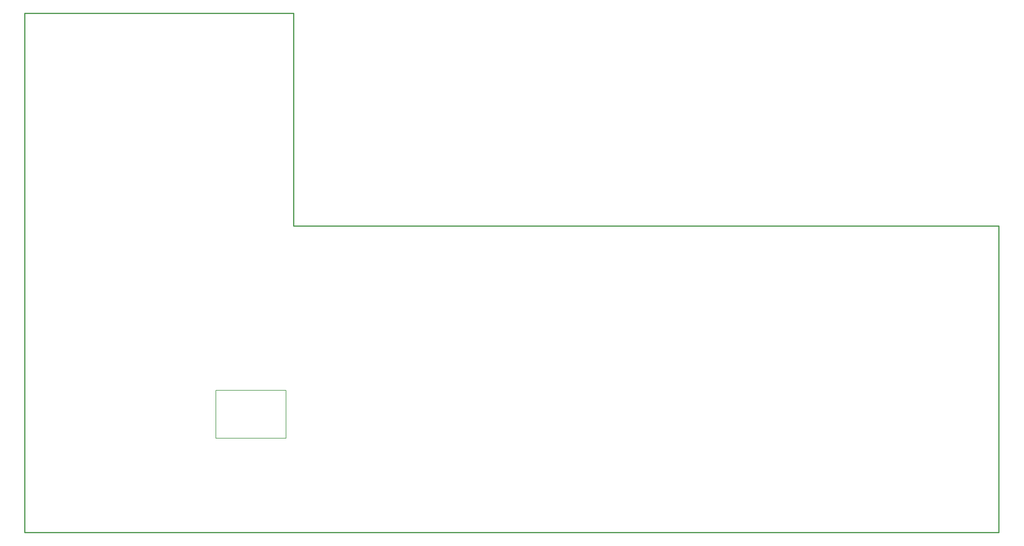
<source format=gm1>
%FSLAX25Y25*%
%MOIN*%
G70*
G01*
G75*
G04 Layer_Color=16711935*
%ADD10R,0.09646X0.12598*%
%ADD11R,0.07874X0.10630*%
%ADD12R,0.08858X0.01575*%
%ADD13R,0.01772X0.11024*%
%ADD14R,0.01772X0.18504*%
%ADD15R,0.03543X0.03937*%
%ADD16R,0.03740X0.03937*%
%ADD17R,0.07087X0.04528*%
%ADD18R,0.04724X0.03937*%
%ADD19R,0.01969X0.07874*%
%ADD20R,0.03937X0.03740*%
%ADD21R,0.02362X0.03937*%
%ADD22O,0.04000X0.01200*%
%ADD23R,0.03937X0.03543*%
%ADD24O,0.01181X0.04134*%
%ADD25O,0.04134X0.01181*%
%ADD26R,0.13189X0.13189*%
%ADD27R,0.07874X0.09843*%
%ADD28R,0.01969X0.09055*%
%ADD29R,0.03937X0.02362*%
%ADD30R,0.03937X0.03937*%
%ADD31R,0.03740X0.05512*%
%ADD32R,0.05512X0.03740*%
%ADD33C,0.01200*%
%ADD34C,0.00600*%
%ADD35C,0.01100*%
%ADD36C,0.01000*%
%ADD37C,0.01600*%
%ADD38C,0.10000*%
%ADD39C,0.04000*%
%ADD40C,0.03937*%
%ADD41C,0.01969*%
%ADD42C,0.25590*%
%ADD43R,0.07874X0.07874*%
%ADD44C,0.06299*%
%ADD45C,0.03543*%
%ADD46R,0.05906X0.05906*%
%ADD47C,0.05906*%
%ADD48R,0.11811X0.11811*%
%ADD49C,0.11811*%
%ADD50C,0.06000*%
%ADD51R,0.06000X0.06000*%
%ADD52C,0.08268*%
%ADD53R,0.05906X0.05906*%
%ADD54C,0.06693*%
%ADD55C,0.19685*%
%ADD56C,0.02600*%
%ADD57R,0.96000X0.67300*%
%ADD58C,0.10087*%
%ADD59C,0.09299*%
%ADD60C,0.06937*%
%ADD61C,0.16780*%
%ADD62C,0.08118*%
%ADD63C,0.09299*%
%ADD64C,0.06543*%
%ADD65C,0.06543*%
%ADD66C,0.09693*%
%ADD67C,0.06800*%
%ADD68C,0.08512*%
%ADD69C,0.06150*%
%ADD70C,0.15598*%
%ADD71C,0.04200*%
%ADD72R,0.96000X0.67900*%
%ADD73C,0.00984*%
%ADD74C,0.00787*%
%ADD75C,0.00700*%
%ADD76R,0.30709X0.02362*%
%ADD77R,0.10446X0.13398*%
%ADD78R,0.08674X0.11430*%
%ADD79R,0.04343X0.04737*%
%ADD80R,0.04540X0.04737*%
%ADD81R,0.07887X0.05328*%
%ADD82R,0.05524X0.04737*%
%ADD83R,0.02769X0.08674*%
%ADD84R,0.04737X0.04540*%
%ADD85R,0.03162X0.04737*%
%ADD86O,0.04800X0.02000*%
%ADD87R,0.04737X0.04343*%
%ADD88O,0.01981X0.04934*%
%ADD89O,0.04934X0.01981*%
%ADD90R,0.13989X0.13989*%
%ADD91R,0.08674X0.10642*%
%ADD92R,0.02769X0.09855*%
%ADD93R,0.04737X0.03162*%
%ADD94R,0.04737X0.04737*%
%ADD95R,0.04540X0.06312*%
%ADD96R,0.06312X0.04540*%
%ADD97C,0.07087*%
%ADD98C,0.06299*%
%ADD99C,0.26391*%
%ADD100R,0.08674X0.08674*%
%ADD101C,0.07099*%
%ADD102C,0.04343*%
%ADD103R,0.06706X0.06706*%
%ADD104C,0.06706*%
%ADD105R,0.12611X0.12611*%
%ADD106C,0.12611*%
%ADD107R,0.06800X0.06800*%
%ADD108C,0.09068*%
%ADD109R,0.06706X0.06706*%
%ADD110C,0.07493*%
%ADD111C,0.20485*%
%ADD112C,0.01181*%
D74*
X305000Y110200D02*
Y166100D01*
X223000D02*
X305000D01*
X223000Y110200D02*
Y166100D01*
Y110200D02*
X305000D01*
D112*
X1138600Y-94D02*
Y358100D01*
X314000D02*
X1138600D01*
X-122Y606726D02*
X314000Y606640D01*
Y358100D02*
Y606640D01*
X-122Y-94D02*
X1138600D01*
X-122D02*
Y606726D01*
M02*

</source>
